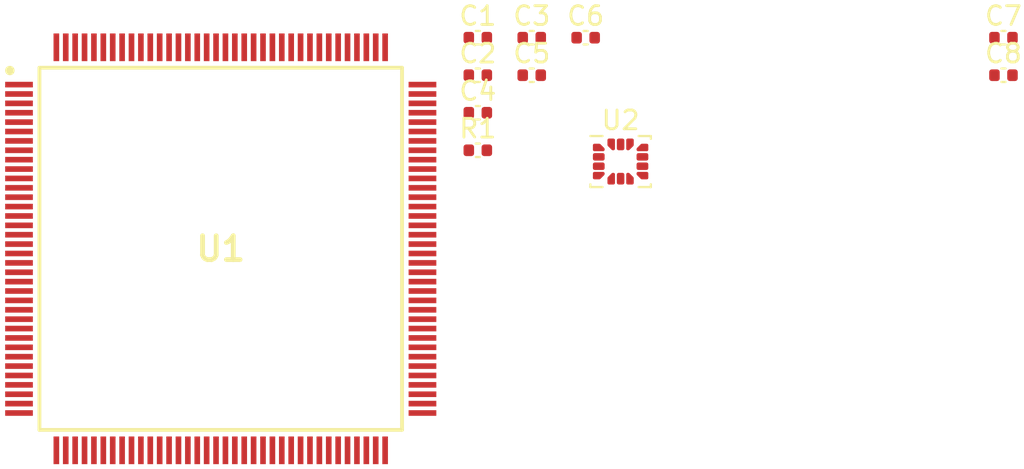
<source format=kicad_pcb>
(kicad_pcb (version 20171130) (host pcbnew "(5.1.12)-1")

  (general
    (thickness 1.6)
    (drawings 0)
    (tracks 0)
    (zones 0)
    (modules 11)
    (nets 147)
  )

  (page A4)
  (layers
    (0 F.Cu signal)
    (31 B.Cu signal)
    (32 B.Adhes user)
    (33 F.Adhes user)
    (34 B.Paste user)
    (35 F.Paste user)
    (36 B.SilkS user)
    (37 F.SilkS user)
    (38 B.Mask user)
    (39 F.Mask user)
    (40 Dwgs.User user)
    (41 Cmts.User user)
    (42 Eco1.User user)
    (43 Eco2.User user)
    (44 Edge.Cuts user)
    (45 Margin user)
    (46 B.CrtYd user)
    (47 F.CrtYd user)
    (48 B.Fab user)
    (49 F.Fab user)
  )

  (setup
    (last_trace_width 0.25)
    (trace_clearance 0.2)
    (zone_clearance 0.508)
    (zone_45_only no)
    (trace_min 0.2)
    (via_size 0.8)
    (via_drill 0.4)
    (via_min_size 0.4)
    (via_min_drill 0.3)
    (uvia_size 0.3)
    (uvia_drill 0.1)
    (uvias_allowed no)
    (uvia_min_size 0.2)
    (uvia_min_drill 0.1)
    (edge_width 0.05)
    (segment_width 0.2)
    (pcb_text_width 0.3)
    (pcb_text_size 1.5 1.5)
    (mod_edge_width 0.12)
    (mod_text_size 1 1)
    (mod_text_width 0.15)
    (pad_size 1.524 1.524)
    (pad_drill 0.762)
    (pad_to_mask_clearance 0)
    (aux_axis_origin 0 0)
    (visible_elements 7FFFFFFF)
    (pcbplotparams
      (layerselection 0x010fc_ffffffff)
      (usegerberextensions false)
      (usegerberattributes true)
      (usegerberadvancedattributes true)
      (creategerberjobfile true)
      (excludeedgelayer true)
      (linewidth 0.100000)
      (plotframeref false)
      (viasonmask false)
      (mode 1)
      (useauxorigin false)
      (hpglpennumber 1)
      (hpglpenspeed 20)
      (hpglpendiameter 15.000000)
      (psnegative false)
      (psa4output false)
      (plotreference true)
      (plotvalue true)
      (plotinvisibletext false)
      (padsonsilk false)
      (subtractmaskfromsilk false)
      (outputformat 1)
      (mirror false)
      (drillshape 1)
      (scaleselection 1)
      (outputdirectory ""))
  )

  (net 0 "")
  (net 1 GND)
  (net 2 VFBSMPS)
  (net 3 +3V3)
  (net 4 VREF)
  (net 5 "Net-(U1-Pad144)")
  (net 6 "Net-(U1-Pad143)")
  (net 7 "Net-(U1-Pad142)")
  (net 8 "Net-(U1-Pad141)")
  (net 9 "Net-(U1-Pad140)")
  (net 10 "Net-(U1-Pad139)")
  (net 11 "Net-(U1-Pad138)")
  (net 12 "Net-(U1-Pad137)")
  (net 13 "Net-(U1-Pad136)")
  (net 14 "Net-(U1-Pad135)")
  (net 15 "Net-(U1-Pad134)")
  (net 16 "Net-(U1-Pad133)")
  (net 17 "Net-(U1-Pad132)")
  (net 18 "Net-(U1-Pad131)")
  (net 19 "Net-(U1-Pad130)")
  (net 20 "Net-(U1-Pad129)")
  (net 21 "Net-(U1-Pad128)")
  (net 22 "Net-(U1-Pad127)")
  (net 23 "Net-(U1-Pad126)")
  (net 24 "Net-(U1-Pad125)")
  (net 25 "Net-(U1-Pad124)")
  (net 26 "Net-(U1-Pad123)")
  (net 27 "Net-(U1-Pad122)")
  (net 28 "Net-(U1-Pad121)")
  (net 29 "Net-(U1-Pad120)")
  (net 30 "Net-(U1-Pad119)")
  (net 31 "Net-(U1-Pad118)")
  (net 32 "Net-(U1-Pad117)")
  (net 33 "Net-(U1-Pad116)")
  (net 34 "Net-(U1-Pad115)")
  (net 35 "Net-(U1-Pad114)")
  (net 36 "Net-(U1-Pad113)")
  (net 37 "Net-(U1-Pad112)")
  (net 38 "Net-(U1-Pad111)")
  (net 39 "Net-(U1-Pad110)")
  (net 40 "Net-(U1-Pad109)")
  (net 41 "Net-(U1-Pad108)")
  (net 42 "Net-(U1-Pad107)")
  (net 43 "Net-(U1-Pad106)")
  (net 44 "Net-(U1-Pad105)")
  (net 45 "Net-(U1-Pad104)")
  (net 46 "Net-(U1-Pad103)")
  (net 47 "Net-(U1-Pad102)")
  (net 48 "Net-(U1-Pad101)")
  (net 49 "Net-(U1-Pad100)")
  (net 50 "Net-(U1-Pad99)")
  (net 51 "Net-(U1-Pad98)")
  (net 52 "Net-(U1-Pad97)")
  (net 53 "Net-(U1-Pad96)")
  (net 54 "Net-(U1-Pad95)")
  (net 55 "Net-(U1-Pad94)")
  (net 56 "Net-(U1-Pad93)")
  (net 57 "Net-(U1-Pad92)")
  (net 58 "Net-(U1-Pad91)")
  (net 59 "Net-(U1-Pad90)")
  (net 60 "Net-(U1-Pad89)")
  (net 61 "Net-(U1-Pad88)")
  (net 62 "Net-(U1-Pad87)")
  (net 63 "Net-(U1-Pad86)")
  (net 64 "Net-(U1-Pad85)")
  (net 65 "Net-(U1-Pad84)")
  (net 66 "Net-(U1-Pad83)")
  (net 67 "Net-(U1-Pad82)")
  (net 68 "Net-(U1-Pad81)")
  (net 69 "Net-(U1-Pad80)")
  (net 70 "Net-(U1-Pad79)")
  (net 71 "Net-(U1-Pad78)")
  (net 72 "Net-(U1-Pad77)")
  (net 73 "Net-(U1-Pad76)")
  (net 74 "Net-(U1-Pad75)")
  (net 75 "Net-(U1-Pad74)")
  (net 76 "Net-(U1-Pad73)")
  (net 77 "Net-(U1-Pad72)")
  (net 78 "Net-(U1-Pad71)")
  (net 79 "Net-(U1-Pad70)")
  (net 80 "Net-(U1-Pad69)")
  (net 81 "Net-(U1-Pad68)")
  (net 82 "Net-(U1-Pad67)")
  (net 83 "Net-(U1-Pad66)")
  (net 84 "Net-(U1-Pad65)")
  (net 85 "Net-(U1-Pad64)")
  (net 86 "Net-(U1-Pad63)")
  (net 87 "Net-(U1-Pad62)")
  (net 88 "Net-(U1-Pad61)")
  (net 89 "Net-(U1-Pad60)")
  (net 90 "Net-(U1-Pad59)")
  (net 91 "Net-(U1-Pad58)")
  (net 92 "Net-(U1-Pad57)")
  (net 93 "Net-(U1-Pad56)")
  (net 94 "Net-(U1-Pad55)")
  (net 95 "Net-(U1-Pad54)")
  (net 96 "Net-(U1-Pad53)")
  (net 97 "Net-(U1-Pad52)")
  (net 98 "Net-(U1-Pad51)")
  (net 99 "Net-(U1-Pad50)")
  (net 100 "Net-(U1-Pad49)")
  (net 101 "Net-(U1-Pad48)")
  (net 102 "Net-(U1-Pad47)")
  (net 103 "Net-(U1-Pad46)")
  (net 104 "Net-(U1-Pad45)")
  (net 105 "Net-(U1-Pad44)")
  (net 106 "Net-(U1-Pad43)")
  (net 107 "Net-(U1-Pad42)")
  (net 108 "Net-(U1-Pad41)")
  (net 109 "Net-(U1-Pad40)")
  (net 110 "Net-(U1-Pad39)")
  (net 111 "Net-(U1-Pad38)")
  (net 112 "Net-(U1-Pad37)")
  (net 113 "Net-(U1-Pad31)")
  (net 114 "Net-(U1-Pad30)")
  (net 115 "Net-(U1-Pad29)")
  (net 116 "Net-(U1-Pad28)")
  (net 117 "Net-(U1-Pad27)")
  (net 118 "Net-(U1-Pad26)")
  (net 119 "Net-(U1-Pad25)")
  (net 120 "Net-(U1-Pad24)")
  (net 121 "Net-(U1-Pad23)")
  (net 122 "Net-(U1-Pad22)")
  (net 123 "Net-(U1-Pad21)")
  (net 124 "Net-(U1-Pad20)")
  (net 125 VLXSMPS)
  (net 126 "Net-(U1-Pad13)")
  (net 127 "Net-(U1-Pad12)")
  (net 128 "Net-(U1-Pad11)")
  (net 129 "Net-(U1-Pad10)")
  (net 130 "Net-(U1-Pad9)")
  (net 131 "Net-(U1-Pad8)")
  (net 132 "Net-(U1-Pad7)")
  (net 133 "Net-(U1-Pad6)")
  (net 134 "Net-(U1-Pad5)")
  (net 135 "Net-(U1-Pad4)")
  (net 136 "Net-(U1-Pad3)")
  (net 137 "Net-(U1-Pad2)")
  (net 138 "Net-(U1-Pad1)")
  (net 139 MOSI)
  (net 140 SCK)
  (net 141 ISM_CS)
  (net 142 "Net-(U2-Pad11)")
  (net 143 "Net-(U2-Pad10)")
  (net 144 ISM_INT_2)
  (net 145 ISM_INT_1)
  (net 146 MISO)

  (net_class Default "This is the default net class."
    (clearance 0.2)
    (trace_width 0.25)
    (via_dia 0.8)
    (via_drill 0.4)
    (uvia_dia 0.3)
    (uvia_drill 0.1)
    (add_net +3V3)
    (add_net GND)
    (add_net ISM_CS)
    (add_net ISM_INT_1)
    (add_net ISM_INT_2)
    (add_net MISO)
    (add_net MOSI)
    (add_net "Net-(U1-Pad1)")
    (add_net "Net-(U1-Pad10)")
    (add_net "Net-(U1-Pad100)")
    (add_net "Net-(U1-Pad101)")
    (add_net "Net-(U1-Pad102)")
    (add_net "Net-(U1-Pad103)")
    (add_net "Net-(U1-Pad104)")
    (add_net "Net-(U1-Pad105)")
    (add_net "Net-(U1-Pad106)")
    (add_net "Net-(U1-Pad107)")
    (add_net "Net-(U1-Pad108)")
    (add_net "Net-(U1-Pad109)")
    (add_net "Net-(U1-Pad11)")
    (add_net "Net-(U1-Pad110)")
    (add_net "Net-(U1-Pad111)")
    (add_net "Net-(U1-Pad112)")
    (add_net "Net-(U1-Pad113)")
    (add_net "Net-(U1-Pad114)")
    (add_net "Net-(U1-Pad115)")
    (add_net "Net-(U1-Pad116)")
    (add_net "Net-(U1-Pad117)")
    (add_net "Net-(U1-Pad118)")
    (add_net "Net-(U1-Pad119)")
    (add_net "Net-(U1-Pad12)")
    (add_net "Net-(U1-Pad120)")
    (add_net "Net-(U1-Pad121)")
    (add_net "Net-(U1-Pad122)")
    (add_net "Net-(U1-Pad123)")
    (add_net "Net-(U1-Pad124)")
    (add_net "Net-(U1-Pad125)")
    (add_net "Net-(U1-Pad126)")
    (add_net "Net-(U1-Pad127)")
    (add_net "Net-(U1-Pad128)")
    (add_net "Net-(U1-Pad129)")
    (add_net "Net-(U1-Pad13)")
    (add_net "Net-(U1-Pad130)")
    (add_net "Net-(U1-Pad131)")
    (add_net "Net-(U1-Pad132)")
    (add_net "Net-(U1-Pad133)")
    (add_net "Net-(U1-Pad134)")
    (add_net "Net-(U1-Pad135)")
    (add_net "Net-(U1-Pad136)")
    (add_net "Net-(U1-Pad137)")
    (add_net "Net-(U1-Pad138)")
    (add_net "Net-(U1-Pad139)")
    (add_net "Net-(U1-Pad140)")
    (add_net "Net-(U1-Pad141)")
    (add_net "Net-(U1-Pad142)")
    (add_net "Net-(U1-Pad143)")
    (add_net "Net-(U1-Pad144)")
    (add_net "Net-(U1-Pad2)")
    (add_net "Net-(U1-Pad20)")
    (add_net "Net-(U1-Pad21)")
    (add_net "Net-(U1-Pad22)")
    (add_net "Net-(U1-Pad23)")
    (add_net "Net-(U1-Pad24)")
    (add_net "Net-(U1-Pad25)")
    (add_net "Net-(U1-Pad26)")
    (add_net "Net-(U1-Pad27)")
    (add_net "Net-(U1-Pad28)")
    (add_net "Net-(U1-Pad29)")
    (add_net "Net-(U1-Pad3)")
    (add_net "Net-(U1-Pad30)")
    (add_net "Net-(U1-Pad31)")
    (add_net "Net-(U1-Pad37)")
    (add_net "Net-(U1-Pad38)")
    (add_net "Net-(U1-Pad39)")
    (add_net "Net-(U1-Pad4)")
    (add_net "Net-(U1-Pad40)")
    (add_net "Net-(U1-Pad41)")
    (add_net "Net-(U1-Pad42)")
    (add_net "Net-(U1-Pad43)")
    (add_net "Net-(U1-Pad44)")
    (add_net "Net-(U1-Pad45)")
    (add_net "Net-(U1-Pad46)")
    (add_net "Net-(U1-Pad47)")
    (add_net "Net-(U1-Pad48)")
    (add_net "Net-(U1-Pad49)")
    (add_net "Net-(U1-Pad5)")
    (add_net "Net-(U1-Pad50)")
    (add_net "Net-(U1-Pad51)")
    (add_net "Net-(U1-Pad52)")
    (add_net "Net-(U1-Pad53)")
    (add_net "Net-(U1-Pad54)")
    (add_net "Net-(U1-Pad55)")
    (add_net "Net-(U1-Pad56)")
    (add_net "Net-(U1-Pad57)")
    (add_net "Net-(U1-Pad58)")
    (add_net "Net-(U1-Pad59)")
    (add_net "Net-(U1-Pad6)")
    (add_net "Net-(U1-Pad60)")
    (add_net "Net-(U1-Pad61)")
    (add_net "Net-(U1-Pad62)")
    (add_net "Net-(U1-Pad63)")
    (add_net "Net-(U1-Pad64)")
    (add_net "Net-(U1-Pad65)")
    (add_net "Net-(U1-Pad66)")
    (add_net "Net-(U1-Pad67)")
    (add_net "Net-(U1-Pad68)")
    (add_net "Net-(U1-Pad69)")
    (add_net "Net-(U1-Pad7)")
    (add_net "Net-(U1-Pad70)")
    (add_net "Net-(U1-Pad71)")
    (add_net "Net-(U1-Pad72)")
    (add_net "Net-(U1-Pad73)")
    (add_net "Net-(U1-Pad74)")
    (add_net "Net-(U1-Pad75)")
    (add_net "Net-(U1-Pad76)")
    (add_net "Net-(U1-Pad77)")
    (add_net "Net-(U1-Pad78)")
    (add_net "Net-(U1-Pad79)")
    (add_net "Net-(U1-Pad8)")
    (add_net "Net-(U1-Pad80)")
    (add_net "Net-(U1-Pad81)")
    (add_net "Net-(U1-Pad82)")
    (add_net "Net-(U1-Pad83)")
    (add_net "Net-(U1-Pad84)")
    (add_net "Net-(U1-Pad85)")
    (add_net "Net-(U1-Pad86)")
    (add_net "Net-(U1-Pad87)")
    (add_net "Net-(U1-Pad88)")
    (add_net "Net-(U1-Pad89)")
    (add_net "Net-(U1-Pad9)")
    (add_net "Net-(U1-Pad90)")
    (add_net "Net-(U1-Pad91)")
    (add_net "Net-(U1-Pad92)")
    (add_net "Net-(U1-Pad93)")
    (add_net "Net-(U1-Pad94)")
    (add_net "Net-(U1-Pad95)")
    (add_net "Net-(U1-Pad96)")
    (add_net "Net-(U1-Pad97)")
    (add_net "Net-(U1-Pad98)")
    (add_net "Net-(U1-Pad99)")
    (add_net "Net-(U2-Pad10)")
    (add_net "Net-(U2-Pad11)")
    (add_net SCK)
    (add_net VFBSMPS)
    (add_net VLXSMPS)
    (add_net VREF)
  )

  (module Package_LGA:LGA-14_3x2.5mm_P0.5mm_LayoutBorder3x4y (layer F.Cu) (tedit 5D9F7937) (tstamp 6451233A)
    (at 158.4 70.4)
    (descr "LGA, 14 Pin (http://www.st.com/resource/en/datasheet/lsm6ds3.pdf), generated with kicad-footprint-generator ipc_noLead_generator.py")
    (tags "LGA NoLead")
    (path /64512A12/6451454B)
    (attr smd)
    (fp_text reference U2 (at 0 -2.2) (layer F.SilkS)
      (effects (font (size 1 1) (thickness 0.15)))
    )
    (fp_text value ISM330ISN (at 0 2.2) (layer F.Fab)
      (effects (font (size 1 1) (thickness 0.15)))
    )
    (fp_text user %R (at 0 0) (layer F.Fab)
      (effects (font (size 0.75 0.75) (thickness 0.11)))
    )
    (fp_line (start 0.96 -1.36) (end 1.61 -1.36) (layer F.SilkS) (width 0.12))
    (fp_line (start 1.61 -1.36) (end 1.61 -1.21) (layer F.SilkS) (width 0.12))
    (fp_line (start -0.96 1.36) (end -1.61 1.36) (layer F.SilkS) (width 0.12))
    (fp_line (start -1.61 1.36) (end -1.61 1.21) (layer F.SilkS) (width 0.12))
    (fp_line (start 0.96 1.36) (end 1.61 1.36) (layer F.SilkS) (width 0.12))
    (fp_line (start 1.61 1.36) (end 1.61 1.21) (layer F.SilkS) (width 0.12))
    (fp_line (start -0.96 -1.36) (end -1.61 -1.36) (layer F.SilkS) (width 0.12))
    (fp_line (start -0.875 -1.25) (end 1.5 -1.25) (layer F.Fab) (width 0.1))
    (fp_line (start 1.5 -1.25) (end 1.5 1.25) (layer F.Fab) (width 0.1))
    (fp_line (start 1.5 1.25) (end -1.5 1.25) (layer F.Fab) (width 0.1))
    (fp_line (start -1.5 1.25) (end -1.5 -0.625) (layer F.Fab) (width 0.1))
    (fp_line (start -1.5 -0.625) (end -0.875 -1.25) (layer F.Fab) (width 0.1))
    (fp_line (start -1.75 -1.5) (end -1.75 1.5) (layer F.CrtYd) (width 0.05))
    (fp_line (start -1.75 1.5) (end 1.75 1.5) (layer F.CrtYd) (width 0.05))
    (fp_line (start 1.75 1.5) (end 1.75 -1.5) (layer F.CrtYd) (width 0.05))
    (fp_line (start 1.75 -1.5) (end -1.75 -1.5) (layer F.CrtYd) (width 0.05))
    (pad 14 smd custom (at -0.5 -0.9125) (size 0.223223 0.223223) (layers F.Cu F.Paste F.Mask)
      (net 139 MOSI)
      (options (clearance outline) (anchor circle))
      (primitives
        (gr_poly (pts
           (xy -0.125 -0.2375) (xy 0.125 -0.2375) (xy 0.125 0.2375) (xy 0.081066 0.2375) (xy -0.125 0.031434)
) (width 0.15))
      ))
    (pad 13 smd roundrect (at 0 -0.9125) (size 0.4 0.625) (layers F.Cu F.Paste F.Mask) (roundrect_rratio 0.25)
      (net 140 SCK))
    (pad 12 smd custom (at 0.5 -0.9125) (size 0.223223 0.223223) (layers F.Cu F.Paste F.Mask)
      (net 141 ISM_CS)
      (options (clearance outline) (anchor circle))
      (primitives
        (gr_poly (pts
           (xy -0.125 -0.2375) (xy 0.125 -0.2375) (xy 0.125 0.031434) (xy -0.081066 0.2375) (xy -0.125 0.2375)
) (width 0.15))
      ))
    (pad 11 smd custom (at 1.1625 -0.75) (size 0.223223 0.223223) (layers F.Cu F.Paste F.Mask)
      (net 142 "Net-(U2-Pad11)")
      (options (clearance outline) (anchor circle))
      (primitives
        (gr_poly (pts
           (xy -0.2375 0.081066) (xy -0.031434 -0.125) (xy 0.2375 -0.125) (xy 0.2375 0.125) (xy -0.2375 0.125)
) (width 0.15))
      ))
    (pad 10 smd roundrect (at 1.1625 -0.25) (size 0.625 0.4) (layers F.Cu F.Paste F.Mask) (roundrect_rratio 0.25)
      (net 143 "Net-(U2-Pad10)"))
    (pad 9 smd roundrect (at 1.1625 0.25) (size 0.625 0.4) (layers F.Cu F.Paste F.Mask) (roundrect_rratio 0.25)
      (net 144 ISM_INT_2))
    (pad 8 smd custom (at 1.1625 0.75) (size 0.223223 0.223223) (layers F.Cu F.Paste F.Mask)
      (net 3 +3V3)
      (options (clearance outline) (anchor circle))
      (primitives
        (gr_poly (pts
           (xy -0.2375 -0.125) (xy 0.2375 -0.125) (xy 0.2375 0.125) (xy -0.031434 0.125) (xy -0.2375 -0.081066)
) (width 0.15))
      ))
    (pad 7 smd custom (at 0.5 0.9125) (size 0.223223 0.223223) (layers F.Cu F.Paste F.Mask)
      (net 1 GND)
      (options (clearance outline) (anchor circle))
      (primitives
        (gr_poly (pts
           (xy -0.125 -0.2375) (xy -0.081066 -0.2375) (xy 0.125 -0.031434) (xy 0.125 0.2375) (xy -0.125 0.2375)
) (width 0.15))
      ))
    (pad 6 smd roundrect (at 0 0.9125) (size 0.4 0.625) (layers F.Cu F.Paste F.Mask) (roundrect_rratio 0.25)
      (net 1 GND))
    (pad 5 smd custom (at -0.5 0.9125) (size 0.223223 0.223223) (layers F.Cu F.Paste F.Mask)
      (net 3 +3V3)
      (options (clearance outline) (anchor circle))
      (primitives
        (gr_poly (pts
           (xy -0.125 -0.031434) (xy 0.081066 -0.2375) (xy 0.125 -0.2375) (xy 0.125 0.2375) (xy -0.125 0.2375)
) (width 0.15))
      ))
    (pad 4 smd custom (at -1.1625 0.75) (size 0.223223 0.223223) (layers F.Cu F.Paste F.Mask)
      (net 145 ISM_INT_1)
      (options (clearance outline) (anchor circle))
      (primitives
        (gr_poly (pts
           (xy -0.2375 -0.125) (xy 0.2375 -0.125) (xy 0.2375 -0.081066) (xy 0.031434 0.125) (xy -0.2375 0.125)
) (width 0.15))
      ))
    (pad 3 smd roundrect (at -1.1625 0.25) (size 0.625 0.4) (layers F.Cu F.Paste F.Mask) (roundrect_rratio 0.25)
      (net 1 GND))
    (pad 2 smd roundrect (at -1.1625 -0.25) (size 0.625 0.4) (layers F.Cu F.Paste F.Mask) (roundrect_rratio 0.25)
      (net 1 GND))
    (pad 1 smd custom (at -1.1625 -0.75) (size 0.223223 0.223223) (layers F.Cu F.Paste F.Mask)
      (net 146 MISO)
      (options (clearance outline) (anchor circle))
      (primitives
        (gr_poly (pts
           (xy -0.2375 -0.125) (xy 0.031434 -0.125) (xy 0.2375 0.081066) (xy 0.2375 0.125) (xy -0.2375 0.125)
) (width 0.15))
      ))
    (model ${KISYS3DMOD}/Package_LGA.3dshapes/LGA-14_3x2.5mm_P0.5mm_LayoutBorder3x4y.wrl
      (at (xyz 0 0 0))
      (scale (xyz 1 1 1))
      (rotate (xyz 0 0 0))
    )
  )

  (module C5V1:QFP50P2200X2200X160-144N (layer F.Cu) (tedit 0) (tstamp 64512317)
    (at 137.115 75.050001)
    (descr "LQFP 144 20x20x1.4 mm")
    (tags "Integrated Circuit")
    (path /644504EC/64450802)
    (attr smd)
    (fp_text reference U1 (at 0 0) (layer F.SilkS)
      (effects (font (size 1.27 1.27) (thickness 0.254)))
    )
    (fp_text value STM32H725ZGT6 (at 0 0) (layer F.SilkS) hide
      (effects (font (size 1.27 1.27) (thickness 0.254)))
    )
    (fp_text user %R (at 0 0) (layer F.Fab)
      (effects (font (size 1.27 1.27) (thickness 0.254)))
    )
    (fp_line (start -11.725 -11.725) (end 11.725 -11.725) (layer F.CrtYd) (width 0.05))
    (fp_line (start 11.725 -11.725) (end 11.725 11.725) (layer F.CrtYd) (width 0.05))
    (fp_line (start 11.725 11.725) (end -11.725 11.725) (layer F.CrtYd) (width 0.05))
    (fp_line (start -11.725 11.725) (end -11.725 -11.725) (layer F.CrtYd) (width 0.05))
    (fp_line (start -10 -10) (end 10 -10) (layer F.Fab) (width 0.1))
    (fp_line (start 10 -10) (end 10 10) (layer F.Fab) (width 0.1))
    (fp_line (start 10 10) (end -10 10) (layer F.Fab) (width 0.1))
    (fp_line (start -10 10) (end -10 -10) (layer F.Fab) (width 0.1))
    (fp_line (start -10 -9.5) (end -9.5 -10) (layer F.Fab) (width 0.1))
    (fp_line (start -9.65 -9.65) (end 9.65 -9.65) (layer F.SilkS) (width 0.2))
    (fp_line (start 9.65 -9.65) (end 9.65 9.65) (layer F.SilkS) (width 0.2))
    (fp_line (start 9.65 9.65) (end -9.65 9.65) (layer F.SilkS) (width 0.2))
    (fp_line (start -9.65 9.65) (end -9.65 -9.65) (layer F.SilkS) (width 0.2))
    (fp_circle (center -11.225 -9.5) (end -11.225 -9.375) (layer F.SilkS) (width 0.25))
    (pad 144 smd rect (at -8.75 -10.738) (size 0.3 1.475) (layers F.Cu F.Paste F.Mask)
      (net 5 "Net-(U1-Pad144)"))
    (pad 143 smd rect (at -8.25 -10.738) (size 0.3 1.475) (layers F.Cu F.Paste F.Mask)
      (net 6 "Net-(U1-Pad143)"))
    (pad 142 smd rect (at -7.75 -10.738) (size 0.3 1.475) (layers F.Cu F.Paste F.Mask)
      (net 7 "Net-(U1-Pad142)"))
    (pad 141 smd rect (at -7.25 -10.738) (size 0.3 1.475) (layers F.Cu F.Paste F.Mask)
      (net 8 "Net-(U1-Pad141)"))
    (pad 140 smd rect (at -6.75 -10.738) (size 0.3 1.475) (layers F.Cu F.Paste F.Mask)
      (net 9 "Net-(U1-Pad140)"))
    (pad 139 smd rect (at -6.25 -10.738) (size 0.3 1.475) (layers F.Cu F.Paste F.Mask)
      (net 10 "Net-(U1-Pad139)"))
    (pad 138 smd rect (at -5.75 -10.738) (size 0.3 1.475) (layers F.Cu F.Paste F.Mask)
      (net 11 "Net-(U1-Pad138)"))
    (pad 137 smd rect (at -5.25 -10.738) (size 0.3 1.475) (layers F.Cu F.Paste F.Mask)
      (net 12 "Net-(U1-Pad137)"))
    (pad 136 smd rect (at -4.75 -10.738) (size 0.3 1.475) (layers F.Cu F.Paste F.Mask)
      (net 13 "Net-(U1-Pad136)"))
    (pad 135 smd rect (at -4.25 -10.738) (size 0.3 1.475) (layers F.Cu F.Paste F.Mask)
      (net 14 "Net-(U1-Pad135)"))
    (pad 134 smd rect (at -3.75 -10.738) (size 0.3 1.475) (layers F.Cu F.Paste F.Mask)
      (net 15 "Net-(U1-Pad134)"))
    (pad 133 smd rect (at -3.25 -10.738) (size 0.3 1.475) (layers F.Cu F.Paste F.Mask)
      (net 16 "Net-(U1-Pad133)"))
    (pad 132 smd rect (at -2.75 -10.738) (size 0.3 1.475) (layers F.Cu F.Paste F.Mask)
      (net 17 "Net-(U1-Pad132)"))
    (pad 131 smd rect (at -2.25 -10.738) (size 0.3 1.475) (layers F.Cu F.Paste F.Mask)
      (net 18 "Net-(U1-Pad131)"))
    (pad 130 smd rect (at -1.75 -10.738) (size 0.3 1.475) (layers F.Cu F.Paste F.Mask)
      (net 19 "Net-(U1-Pad130)"))
    (pad 129 smd rect (at -1.25 -10.738) (size 0.3 1.475) (layers F.Cu F.Paste F.Mask)
      (net 20 "Net-(U1-Pad129)"))
    (pad 128 smd rect (at -0.75 -10.738) (size 0.3 1.475) (layers F.Cu F.Paste F.Mask)
      (net 21 "Net-(U1-Pad128)"))
    (pad 127 smd rect (at -0.25 -10.738) (size 0.3 1.475) (layers F.Cu F.Paste F.Mask)
      (net 22 "Net-(U1-Pad127)"))
    (pad 126 smd rect (at 0.25 -10.738) (size 0.3 1.475) (layers F.Cu F.Paste F.Mask)
      (net 23 "Net-(U1-Pad126)"))
    (pad 125 smd rect (at 0.75 -10.738) (size 0.3 1.475) (layers F.Cu F.Paste F.Mask)
      (net 24 "Net-(U1-Pad125)"))
    (pad 124 smd rect (at 1.25 -10.738) (size 0.3 1.475) (layers F.Cu F.Paste F.Mask)
      (net 25 "Net-(U1-Pad124)"))
    (pad 123 smd rect (at 1.75 -10.738) (size 0.3 1.475) (layers F.Cu F.Paste F.Mask)
      (net 26 "Net-(U1-Pad123)"))
    (pad 122 smd rect (at 2.25 -10.738) (size 0.3 1.475) (layers F.Cu F.Paste F.Mask)
      (net 27 "Net-(U1-Pad122)"))
    (pad 121 smd rect (at 2.75 -10.738) (size 0.3 1.475) (layers F.Cu F.Paste F.Mask)
      (net 28 "Net-(U1-Pad121)"))
    (pad 120 smd rect (at 3.25 -10.738) (size 0.3 1.475) (layers F.Cu F.Paste F.Mask)
      (net 29 "Net-(U1-Pad120)"))
    (pad 119 smd rect (at 3.75 -10.738) (size 0.3 1.475) (layers F.Cu F.Paste F.Mask)
      (net 30 "Net-(U1-Pad119)"))
    (pad 118 smd rect (at 4.25 -10.738) (size 0.3 1.475) (layers F.Cu F.Paste F.Mask)
      (net 31 "Net-(U1-Pad118)"))
    (pad 117 smd rect (at 4.75 -10.738) (size 0.3 1.475) (layers F.Cu F.Paste F.Mask)
      (net 32 "Net-(U1-Pad117)"))
    (pad 116 smd rect (at 5.25 -10.738) (size 0.3 1.475) (layers F.Cu F.Paste F.Mask)
      (net 33 "Net-(U1-Pad116)"))
    (pad 115 smd rect (at 5.75 -10.738) (size 0.3 1.475) (layers F.Cu F.Paste F.Mask)
      (net 34 "Net-(U1-Pad115)"))
    (pad 114 smd rect (at 6.25 -10.738) (size 0.3 1.475) (layers F.Cu F.Paste F.Mask)
      (net 35 "Net-(U1-Pad114)"))
    (pad 113 smd rect (at 6.75 -10.738) (size 0.3 1.475) (layers F.Cu F.Paste F.Mask)
      (net 36 "Net-(U1-Pad113)"))
    (pad 112 smd rect (at 7.25 -10.738) (size 0.3 1.475) (layers F.Cu F.Paste F.Mask)
      (net 37 "Net-(U1-Pad112)"))
    (pad 111 smd rect (at 7.75 -10.738) (size 0.3 1.475) (layers F.Cu F.Paste F.Mask)
      (net 38 "Net-(U1-Pad111)"))
    (pad 110 smd rect (at 8.25 -10.738) (size 0.3 1.475) (layers F.Cu F.Paste F.Mask)
      (net 39 "Net-(U1-Pad110)"))
    (pad 109 smd rect (at 8.75 -10.738) (size 0.3 1.475) (layers F.Cu F.Paste F.Mask)
      (net 40 "Net-(U1-Pad109)"))
    (pad 108 smd rect (at 10.738 -8.75 90) (size 0.3 1.475) (layers F.Cu F.Paste F.Mask)
      (net 41 "Net-(U1-Pad108)"))
    (pad 107 smd rect (at 10.738 -8.25 90) (size 0.3 1.475) (layers F.Cu F.Paste F.Mask)
      (net 42 "Net-(U1-Pad107)"))
    (pad 106 smd rect (at 10.738 -7.75 90) (size 0.3 1.475) (layers F.Cu F.Paste F.Mask)
      (net 43 "Net-(U1-Pad106)"))
    (pad 105 smd rect (at 10.738 -7.25 90) (size 0.3 1.475) (layers F.Cu F.Paste F.Mask)
      (net 44 "Net-(U1-Pad105)"))
    (pad 104 smd rect (at 10.738 -6.75 90) (size 0.3 1.475) (layers F.Cu F.Paste F.Mask)
      (net 45 "Net-(U1-Pad104)"))
    (pad 103 smd rect (at 10.738 -6.25 90) (size 0.3 1.475) (layers F.Cu F.Paste F.Mask)
      (net 46 "Net-(U1-Pad103)"))
    (pad 102 smd rect (at 10.738 -5.75 90) (size 0.3 1.475) (layers F.Cu F.Paste F.Mask)
      (net 47 "Net-(U1-Pad102)"))
    (pad 101 smd rect (at 10.738 -5.25 90) (size 0.3 1.475) (layers F.Cu F.Paste F.Mask)
      (net 48 "Net-(U1-Pad101)"))
    (pad 100 smd rect (at 10.738 -4.75 90) (size 0.3 1.475) (layers F.Cu F.Paste F.Mask)
      (net 49 "Net-(U1-Pad100)"))
    (pad 99 smd rect (at 10.738 -4.25 90) (size 0.3 1.475) (layers F.Cu F.Paste F.Mask)
      (net 50 "Net-(U1-Pad99)"))
    (pad 98 smd rect (at 10.738 -3.75 90) (size 0.3 1.475) (layers F.Cu F.Paste F.Mask)
      (net 51 "Net-(U1-Pad98)"))
    (pad 97 smd rect (at 10.738 -3.25 90) (size 0.3 1.475) (layers F.Cu F.Paste F.Mask)
      (net 52 "Net-(U1-Pad97)"))
    (pad 96 smd rect (at 10.738 -2.75 90) (size 0.3 1.475) (layers F.Cu F.Paste F.Mask)
      (net 53 "Net-(U1-Pad96)"))
    (pad 95 smd rect (at 10.738 -2.25 90) (size 0.3 1.475) (layers F.Cu F.Paste F.Mask)
      (net 54 "Net-(U1-Pad95)"))
    (pad 94 smd rect (at 10.738 -1.75 90) (size 0.3 1.475) (layers F.Cu F.Paste F.Mask)
      (net 55 "Net-(U1-Pad94)"))
    (pad 93 smd rect (at 10.738 -1.25 90) (size 0.3 1.475) (layers F.Cu F.Paste F.Mask)
      (net 56 "Net-(U1-Pad93)"))
    (pad 92 smd rect (at 10.738 -0.75 90) (size 0.3 1.475) (layers F.Cu F.Paste F.Mask)
      (net 57 "Net-(U1-Pad92)"))
    (pad 91 smd rect (at 10.738 -0.25 90) (size 0.3 1.475) (layers F.Cu F.Paste F.Mask)
      (net 58 "Net-(U1-Pad91)"))
    (pad 90 smd rect (at 10.738 0.25 90) (size 0.3 1.475) (layers F.Cu F.Paste F.Mask)
      (net 59 "Net-(U1-Pad90)"))
    (pad 89 smd rect (at 10.738 0.75 90) (size 0.3 1.475) (layers F.Cu F.Paste F.Mask)
      (net 60 "Net-(U1-Pad89)"))
    (pad 88 smd rect (at 10.738 1.25 90) (size 0.3 1.475) (layers F.Cu F.Paste F.Mask)
      (net 61 "Net-(U1-Pad88)"))
    (pad 87 smd rect (at 10.738 1.75 90) (size 0.3 1.475) (layers F.Cu F.Paste F.Mask)
      (net 62 "Net-(U1-Pad87)"))
    (pad 86 smd rect (at 10.738 2.25 90) (size 0.3 1.475) (layers F.Cu F.Paste F.Mask)
      (net 63 "Net-(U1-Pad86)"))
    (pad 85 smd rect (at 10.738 2.75 90) (size 0.3 1.475) (layers F.Cu F.Paste F.Mask)
      (net 64 "Net-(U1-Pad85)"))
    (pad 84 smd rect (at 10.738 3.25 90) (size 0.3 1.475) (layers F.Cu F.Paste F.Mask)
      (net 65 "Net-(U1-Pad84)"))
    (pad 83 smd rect (at 10.738 3.75 90) (size 0.3 1.475) (layers F.Cu F.Paste F.Mask)
      (net 66 "Net-(U1-Pad83)"))
    (pad 82 smd rect (at 10.738 4.25 90) (size 0.3 1.475) (layers F.Cu F.Paste F.Mask)
      (net 67 "Net-(U1-Pad82)"))
    (pad 81 smd rect (at 10.738 4.75 90) (size 0.3 1.475) (layers F.Cu F.Paste F.Mask)
      (net 68 "Net-(U1-Pad81)"))
    (pad 80 smd rect (at 10.738 5.25 90) (size 0.3 1.475) (layers F.Cu F.Paste F.Mask)
      (net 69 "Net-(U1-Pad80)"))
    (pad 79 smd rect (at 10.738 5.75 90) (size 0.3 1.475) (layers F.Cu F.Paste F.Mask)
      (net 70 "Net-(U1-Pad79)"))
    (pad 78 smd rect (at 10.738 6.25 90) (size 0.3 1.475) (layers F.Cu F.Paste F.Mask)
      (net 71 "Net-(U1-Pad78)"))
    (pad 77 smd rect (at 10.738 6.75 90) (size 0.3 1.475) (layers F.Cu F.Paste F.Mask)
      (net 72 "Net-(U1-Pad77)"))
    (pad 76 smd rect (at 10.738 7.25 90) (size 0.3 1.475) (layers F.Cu F.Paste F.Mask)
      (net 73 "Net-(U1-Pad76)"))
    (pad 75 smd rect (at 10.738 7.75 90) (size 0.3 1.475) (layers F.Cu F.Paste F.Mask)
      (net 74 "Net-(U1-Pad75)"))
    (pad 74 smd rect (at 10.738 8.25 90) (size 0.3 1.475) (layers F.Cu F.Paste F.Mask)
      (net 75 "Net-(U1-Pad74)"))
    (pad 73 smd rect (at 10.738 8.75 90) (size 0.3 1.475) (layers F.Cu F.Paste F.Mask)
      (net 76 "Net-(U1-Pad73)"))
    (pad 72 smd rect (at 8.75 10.738) (size 0.3 1.475) (layers F.Cu F.Paste F.Mask)
      (net 77 "Net-(U1-Pad72)"))
    (pad 71 smd rect (at 8.25 10.738) (size 0.3 1.475) (layers F.Cu F.Paste F.Mask)
      (net 78 "Net-(U1-Pad71)"))
    (pad 70 smd rect (at 7.75 10.738) (size 0.3 1.475) (layers F.Cu F.Paste F.Mask)
      (net 79 "Net-(U1-Pad70)"))
    (pad 69 smd rect (at 7.25 10.738) (size 0.3 1.475) (layers F.Cu F.Paste F.Mask)
      (net 80 "Net-(U1-Pad69)"))
    (pad 68 smd rect (at 6.75 10.738) (size 0.3 1.475) (layers F.Cu F.Paste F.Mask)
      (net 81 "Net-(U1-Pad68)"))
    (pad 67 smd rect (at 6.25 10.738) (size 0.3 1.475) (layers F.Cu F.Paste F.Mask)
      (net 82 "Net-(U1-Pad67)"))
    (pad 66 smd rect (at 5.75 10.738) (size 0.3 1.475) (layers F.Cu F.Paste F.Mask)
      (net 83 "Net-(U1-Pad66)"))
    (pad 65 smd rect (at 5.25 10.738) (size 0.3 1.475) (layers F.Cu F.Paste F.Mask)
      (net 84 "Net-(U1-Pad65)"))
    (pad 64 smd rect (at 4.75 10.738) (size 0.3 1.475) (layers F.Cu F.Paste F.Mask)
      (net 85 "Net-(U1-Pad64)"))
    (pad 63 smd rect (at 4.25 10.738) (size 0.3 1.475) (layers F.Cu F.Paste F.Mask)
      (net 86 "Net-(U1-Pad63)"))
    (pad 62 smd rect (at 3.75 10.738) (size 0.3 1.475) (layers F.Cu F.Paste F.Mask)
      (net 87 "Net-(U1-Pad62)"))
    (pad 61 smd rect (at 3.25 10.738) (size 0.3 1.475) (layers F.Cu F.Paste F.Mask)
      (net 88 "Net-(U1-Pad61)"))
    (pad 60 smd rect (at 2.75 10.738) (size 0.3 1.475) (layers F.Cu F.Paste F.Mask)
      (net 89 "Net-(U1-Pad60)"))
    (pad 59 smd rect (at 2.25 10.738) (size 0.3 1.475) (layers F.Cu F.Paste F.Mask)
      (net 90 "Net-(U1-Pad59)"))
    (pad 58 smd rect (at 1.75 10.738) (size 0.3 1.475) (layers F.Cu F.Paste F.Mask)
      (net 91 "Net-(U1-Pad58)"))
    (pad 57 smd rect (at 1.25 10.738) (size 0.3 1.475) (layers F.Cu F.Paste F.Mask)
      (net 92 "Net-(U1-Pad57)"))
    (pad 56 smd rect (at 0.75 10.738) (size 0.3 1.475) (layers F.Cu F.Paste F.Mask)
      (net 93 "Net-(U1-Pad56)"))
    (pad 55 smd rect (at 0.25 10.738) (size 0.3 1.475) (layers F.Cu F.Paste F.Mask)
      (net 94 "Net-(U1-Pad55)"))
    (pad 54 smd rect (at -0.25 10.738) (size 0.3 1.475) (layers F.Cu F.Paste F.Mask)
      (net 95 "Net-(U1-Pad54)"))
    (pad 53 smd rect (at -0.75 10.738) (size 0.3 1.475) (layers F.Cu F.Paste F.Mask)
      (net 96 "Net-(U1-Pad53)"))
    (pad 52 smd rect (at -1.25 10.738) (size 0.3 1.475) (layers F.Cu F.Paste F.Mask)
      (net 97 "Net-(U1-Pad52)"))
    (pad 51 smd rect (at -1.75 10.738) (size 0.3 1.475) (layers F.Cu F.Paste F.Mask)
      (net 98 "Net-(U1-Pad51)"))
    (pad 50 smd rect (at -2.25 10.738) (size 0.3 1.475) (layers F.Cu F.Paste F.Mask)
      (net 99 "Net-(U1-Pad50)"))
    (pad 49 smd rect (at -2.75 10.738) (size 0.3 1.475) (layers F.Cu F.Paste F.Mask)
      (net 100 "Net-(U1-Pad49)"))
    (pad 48 smd rect (at -3.25 10.738) (size 0.3 1.475) (layers F.Cu F.Paste F.Mask)
      (net 101 "Net-(U1-Pad48)"))
    (pad 47 smd rect (at -3.75 10.738) (size 0.3 1.475) (layers F.Cu F.Paste F.Mask)
      (net 102 "Net-(U1-Pad47)"))
    (pad 46 smd rect (at -4.25 10.738) (size 0.3 1.475) (layers F.Cu F.Paste F.Mask)
      (net 103 "Net-(U1-Pad46)"))
    (pad 45 smd rect (at -4.75 10.738) (size 0.3 1.475) (layers F.Cu F.Paste F.Mask)
      (net 104 "Net-(U1-Pad45)"))
    (pad 44 smd rect (at -5.25 10.738) (size 0.3 1.475) (layers F.Cu F.Paste F.Mask)
      (net 105 "Net-(U1-Pad44)"))
    (pad 43 smd rect (at -5.75 10.738) (size 0.3 1.475) (layers F.Cu F.Paste F.Mask)
      (net 106 "Net-(U1-Pad43)"))
    (pad 42 smd rect (at -6.25 10.738) (size 0.3 1.475) (layers F.Cu F.Paste F.Mask)
      (net 107 "Net-(U1-Pad42)"))
    (pad 41 smd rect (at -6.75 10.738) (size 0.3 1.475) (layers F.Cu F.Paste F.Mask)
      (net 108 "Net-(U1-Pad41)"))
    (pad 40 smd rect (at -7.25 10.738) (size 0.3 1.475) (layers F.Cu F.Paste F.Mask)
      (net 109 "Net-(U1-Pad40)"))
    (pad 39 smd rect (at -7.75 10.738) (size 0.3 1.475) (layers F.Cu F.Paste F.Mask)
      (net 110 "Net-(U1-Pad39)"))
    (pad 38 smd rect (at -8.25 10.738) (size 0.3 1.475) (layers F.Cu F.Paste F.Mask)
      (net 111 "Net-(U1-Pad38)"))
    (pad 37 smd rect (at -8.75 10.738) (size 0.3 1.475) (layers F.Cu F.Paste F.Mask)
      (net 112 "Net-(U1-Pad37)"))
    (pad 36 smd rect (at -10.738 8.75 90) (size 0.3 1.475) (layers F.Cu F.Paste F.Mask)
      (net 3 +3V3))
    (pad 35 smd rect (at -10.738 8.25 90) (size 0.3 1.475) (layers F.Cu F.Paste F.Mask)
      (net 4 VREF))
    (pad 34 smd rect (at -10.738 7.75 90) (size 0.3 1.475) (layers F.Cu F.Paste F.Mask)
      (net 1 GND))
    (pad 33 smd rect (at -10.738 7.25 90) (size 0.3 1.475) (layers F.Cu F.Paste F.Mask)
      (net 1 GND))
    (pad 32 smd rect (at -10.738 6.75 90) (size 0.3 1.475) (layers F.Cu F.Paste F.Mask)
      (net 3 +3V3))
    (pad 31 smd rect (at -10.738 6.25 90) (size 0.3 1.475) (layers F.Cu F.Paste F.Mask)
      (net 113 "Net-(U1-Pad31)"))
    (pad 30 smd rect (at -10.738 5.75 90) (size 0.3 1.475) (layers F.Cu F.Paste F.Mask)
      (net 114 "Net-(U1-Pad30)"))
    (pad 29 smd rect (at -10.738 5.25 90) (size 0.3 1.475) (layers F.Cu F.Paste F.Mask)
      (net 115 "Net-(U1-Pad29)"))
    (pad 28 smd rect (at -10.738 4.75 90) (size 0.3 1.475) (layers F.Cu F.Paste F.Mask)
      (net 116 "Net-(U1-Pad28)"))
    (pad 27 smd rect (at -10.738 4.25 90) (size 0.3 1.475) (layers F.Cu F.Paste F.Mask)
      (net 117 "Net-(U1-Pad27)"))
    (pad 26 smd rect (at -10.738 3.75 90) (size 0.3 1.475) (layers F.Cu F.Paste F.Mask)
      (net 118 "Net-(U1-Pad26)"))
    (pad 25 smd rect (at -10.738 3.25 90) (size 0.3 1.475) (layers F.Cu F.Paste F.Mask)
      (net 119 "Net-(U1-Pad25)"))
    (pad 24 smd rect (at -10.738 2.75 90) (size 0.3 1.475) (layers F.Cu F.Paste F.Mask)
      (net 120 "Net-(U1-Pad24)"))
    (pad 23 smd rect (at -10.738 2.25 90) (size 0.3 1.475) (layers F.Cu F.Paste F.Mask)
      (net 121 "Net-(U1-Pad23)"))
    (pad 22 smd rect (at -10.738 1.75 90) (size 0.3 1.475) (layers F.Cu F.Paste F.Mask)
      (net 122 "Net-(U1-Pad22)"))
    (pad 21 smd rect (at -10.738 1.25 90) (size 0.3 1.475) (layers F.Cu F.Paste F.Mask)
      (net 123 "Net-(U1-Pad21)"))
    (pad 20 smd rect (at -10.738 0.75 90) (size 0.3 1.475) (layers F.Cu F.Paste F.Mask)
      (net 124 "Net-(U1-Pad20)"))
    (pad 19 smd rect (at -10.738 0.25 90) (size 0.3 1.475) (layers F.Cu F.Paste F.Mask)
      (net 3 +3V3))
    (pad 18 smd rect (at -10.738 -0.25 90) (size 0.3 1.475) (layers F.Cu F.Paste F.Mask)
      (net 1 GND))
    (pad 17 smd rect (at -10.738 -0.75 90) (size 0.3 1.475) (layers F.Cu F.Paste F.Mask)
      (net 2 VFBSMPS))
    (pad 16 smd rect (at -10.738 -1.25 90) (size 0.3 1.475) (layers F.Cu F.Paste F.Mask)
      (net 3 +3V3))
    (pad 15 smd rect (at -10.738 -1.75 90) (size 0.3 1.475) (layers F.Cu F.Paste F.Mask)
      (net 125 VLXSMPS))
    (pad 14 smd rect (at -10.738 -2.25 90) (size 0.3 1.475) (layers F.Cu F.Paste F.Mask)
      (net 1 GND))
    (pad 13 smd rect (at -10.738 -2.75 90) (size 0.3 1.475) (layers F.Cu F.Paste F.Mask)
      (net 126 "Net-(U1-Pad13)"))
    (pad 12 smd rect (at -10.738 -3.25 90) (size 0.3 1.475) (layers F.Cu F.Paste F.Mask)
      (net 127 "Net-(U1-Pad12)"))
    (pad 11 smd rect (at -10.738 -3.75 90) (size 0.3 1.475) (layers F.Cu F.Paste F.Mask)
      (net 128 "Net-(U1-Pad11)"))
    (pad 10 smd rect (at -10.738 -4.25 90) (size 0.3 1.475) (layers F.Cu F.Paste F.Mask)
      (net 129 "Net-(U1-Pad10)"))
    (pad 9 smd rect (at -10.738 -4.75 90) (size 0.3 1.475) (layers F.Cu F.Paste F.Mask)
      (net 130 "Net-(U1-Pad9)"))
    (pad 8 smd rect (at -10.738 -5.25 90) (size 0.3 1.475) (layers F.Cu F.Paste F.Mask)
      (net 131 "Net-(U1-Pad8)"))
    (pad 7 smd rect (at -10.738 -5.75 90) (size 0.3 1.475) (layers F.Cu F.Paste F.Mask)
      (net 132 "Net-(U1-Pad7)"))
    (pad 6 smd rect (at -10.738 -6.25 90) (size 0.3 1.475) (layers F.Cu F.Paste F.Mask)
      (net 133 "Net-(U1-Pad6)"))
    (pad 5 smd rect (at -10.738 -6.75 90) (size 0.3 1.475) (layers F.Cu F.Paste F.Mask)
      (net 134 "Net-(U1-Pad5)"))
    (pad 4 smd rect (at -10.738 -7.25 90) (size 0.3 1.475) (layers F.Cu F.Paste F.Mask)
      (net 135 "Net-(U1-Pad4)"))
    (pad 3 smd rect (at -10.738 -7.75 90) (size 0.3 1.475) (layers F.Cu F.Paste F.Mask)
      (net 136 "Net-(U1-Pad3)"))
    (pad 2 smd rect (at -10.738 -8.25 90) (size 0.3 1.475) (layers F.Cu F.Paste F.Mask)
      (net 137 "Net-(U1-Pad2)"))
    (pad 1 smd rect (at -10.738 -8.75 90) (size 0.3 1.475) (layers F.Cu F.Paste F.Mask)
      (net 138 "Net-(U1-Pad1)"))
    (model STM32H725ZGT6.stp
      (at (xyz 0 0 0))
      (scale (xyz 1 1 1))
      (rotate (xyz 0 0 0))
    )
  )

  (module Capacitor_SMD:C_0402_1005Metric (layer F.Cu) (tedit 5F68FEEE) (tstamp 64512272)
    (at 150.8 69.8)
    (descr "Capacitor SMD 0402 (1005 Metric), square (rectangular) end terminal, IPC_7351 nominal, (Body size source: IPC-SM-782 page 76, https://www.pcb-3d.com/wordpress/wp-content/uploads/ipc-sm-782a_amendment_1_and_2.pdf), generated with kicad-footprint-generator")
    (tags capacitor)
    (path /644504EC/6448256F)
    (attr smd)
    (fp_text reference R1 (at 0 -1.16) (layer F.SilkS)
      (effects (font (size 1 1) (thickness 0.15)))
    )
    (fp_text value R (at 0 1.16) (layer F.Fab)
      (effects (font (size 1 1) (thickness 0.15)))
    )
    (fp_text user %R (at 0 0) (layer F.Fab)
      (effects (font (size 0.25 0.25) (thickness 0.04)))
    )
    (fp_line (start -0.5 0.25) (end -0.5 -0.25) (layer F.Fab) (width 0.1))
    (fp_line (start -0.5 -0.25) (end 0.5 -0.25) (layer F.Fab) (width 0.1))
    (fp_line (start 0.5 -0.25) (end 0.5 0.25) (layer F.Fab) (width 0.1))
    (fp_line (start 0.5 0.25) (end -0.5 0.25) (layer F.Fab) (width 0.1))
    (fp_line (start -0.107836 -0.36) (end 0.107836 -0.36) (layer F.SilkS) (width 0.12))
    (fp_line (start -0.107836 0.36) (end 0.107836 0.36) (layer F.SilkS) (width 0.12))
    (fp_line (start -0.91 0.46) (end -0.91 -0.46) (layer F.CrtYd) (width 0.05))
    (fp_line (start -0.91 -0.46) (end 0.91 -0.46) (layer F.CrtYd) (width 0.05))
    (fp_line (start 0.91 -0.46) (end 0.91 0.46) (layer F.CrtYd) (width 0.05))
    (fp_line (start 0.91 0.46) (end -0.91 0.46) (layer F.CrtYd) (width 0.05))
    (pad 2 smd roundrect (at 0.48 0) (size 0.56 0.62) (layers F.Cu F.Paste F.Mask) (roundrect_rratio 0.25)
      (net 4 VREF))
    (pad 1 smd roundrect (at -0.48 0) (size 0.56 0.62) (layers F.Cu F.Paste F.Mask) (roundrect_rratio 0.25)
      (net 3 +3V3))
    (model ${KISYS3DMOD}/Capacitor_SMD.3dshapes/C_0402_1005Metric.wrl
      (at (xyz 0 0 0))
      (scale (xyz 1 1 1))
      (rotate (xyz 0 0 0))
    )
  )

  (module Capacitor_SMD:C_0402_1005Metric (layer F.Cu) (tedit 5F68FEEE) (tstamp 64512261)
    (at 178.78 65.8)
    (descr "Capacitor SMD 0402 (1005 Metric), square (rectangular) end terminal, IPC_7351 nominal, (Body size source: IPC-SM-782 page 76, https://www.pcb-3d.com/wordpress/wp-content/uploads/ipc-sm-782a_amendment_1_and_2.pdf), generated with kicad-footprint-generator")
    (tags capacitor)
    (path /64512A12/6451715D)
    (attr smd)
    (fp_text reference C8 (at 0 -1.16) (layer F.SilkS)
      (effects (font (size 1 1) (thickness 0.15)))
    )
    (fp_text value C (at 0 1.16) (layer F.Fab)
      (effects (font (size 1 1) (thickness 0.15)))
    )
    (fp_text user %R (at 0 0) (layer F.Fab)
      (effects (font (size 0.25 0.25) (thickness 0.04)))
    )
    (fp_line (start -0.5 0.25) (end -0.5 -0.25) (layer F.Fab) (width 0.1))
    (fp_line (start -0.5 -0.25) (end 0.5 -0.25) (layer F.Fab) (width 0.1))
    (fp_line (start 0.5 -0.25) (end 0.5 0.25) (layer F.Fab) (width 0.1))
    (fp_line (start 0.5 0.25) (end -0.5 0.25) (layer F.Fab) (width 0.1))
    (fp_line (start -0.107836 -0.36) (end 0.107836 -0.36) (layer F.SilkS) (width 0.12))
    (fp_line (start -0.107836 0.36) (end 0.107836 0.36) (layer F.SilkS) (width 0.12))
    (fp_line (start -0.91 0.46) (end -0.91 -0.46) (layer F.CrtYd) (width 0.05))
    (fp_line (start -0.91 -0.46) (end 0.91 -0.46) (layer F.CrtYd) (width 0.05))
    (fp_line (start 0.91 -0.46) (end 0.91 0.46) (layer F.CrtYd) (width 0.05))
    (fp_line (start 0.91 0.46) (end -0.91 0.46) (layer F.CrtYd) (width 0.05))
    (pad 2 smd roundrect (at 0.48 0) (size 0.56 0.62) (layers F.Cu F.Paste F.Mask) (roundrect_rratio 0.25)
      (net 3 +3V3))
    (pad 1 smd roundrect (at -0.48 0) (size 0.56 0.62) (layers F.Cu F.Paste F.Mask) (roundrect_rratio 0.25)
      (net 1 GND))
    (model ${KISYS3DMOD}/Capacitor_SMD.3dshapes/C_0402_1005Metric.wrl
      (at (xyz 0 0 0))
      (scale (xyz 1 1 1))
      (rotate (xyz 0 0 0))
    )
  )

  (module Capacitor_SMD:C_0402_1005Metric (layer F.Cu) (tedit 5F68FEEE) (tstamp 64512250)
    (at 178.78 63.8)
    (descr "Capacitor SMD 0402 (1005 Metric), square (rectangular) end terminal, IPC_7351 nominal, (Body size source: IPC-SM-782 page 76, https://www.pcb-3d.com/wordpress/wp-content/uploads/ipc-sm-782a_amendment_1_and_2.pdf), generated with kicad-footprint-generator")
    (tags capacitor)
    (path /64512A12/64518310)
    (attr smd)
    (fp_text reference C7 (at 0 -1.16) (layer F.SilkS)
      (effects (font (size 1 1) (thickness 0.15)))
    )
    (fp_text value C (at 0 1.16) (layer F.Fab)
      (effects (font (size 1 1) (thickness 0.15)))
    )
    (fp_text user %R (at 0 0) (layer F.Fab)
      (effects (font (size 0.25 0.25) (thickness 0.04)))
    )
    (fp_line (start -0.5 0.25) (end -0.5 -0.25) (layer F.Fab) (width 0.1))
    (fp_line (start -0.5 -0.25) (end 0.5 -0.25) (layer F.Fab) (width 0.1))
    (fp_line (start 0.5 -0.25) (end 0.5 0.25) (layer F.Fab) (width 0.1))
    (fp_line (start 0.5 0.25) (end -0.5 0.25) (layer F.Fab) (width 0.1))
    (fp_line (start -0.107836 -0.36) (end 0.107836 -0.36) (layer F.SilkS) (width 0.12))
    (fp_line (start -0.107836 0.36) (end 0.107836 0.36) (layer F.SilkS) (width 0.12))
    (fp_line (start -0.91 0.46) (end -0.91 -0.46) (layer F.CrtYd) (width 0.05))
    (fp_line (start -0.91 -0.46) (end 0.91 -0.46) (layer F.CrtYd) (width 0.05))
    (fp_line (start 0.91 -0.46) (end 0.91 0.46) (layer F.CrtYd) (width 0.05))
    (fp_line (start 0.91 0.46) (end -0.91 0.46) (layer F.CrtYd) (width 0.05))
    (pad 2 smd roundrect (at 0.48 0) (size 0.56 0.62) (layers F.Cu F.Paste F.Mask) (roundrect_rratio 0.25)
      (net 3 +3V3))
    (pad 1 smd roundrect (at -0.48 0) (size 0.56 0.62) (layers F.Cu F.Paste F.Mask) (roundrect_rratio 0.25)
      (net 1 GND))
    (model ${KISYS3DMOD}/Capacitor_SMD.3dshapes/C_0402_1005Metric.wrl
      (at (xyz 0 0 0))
      (scale (xyz 1 1 1))
      (rotate (xyz 0 0 0))
    )
  )

  (module Capacitor_SMD:C_0402_1005Metric (layer F.Cu) (tedit 5F68FEEE) (tstamp 6451223F)
    (at 156.54 63.8)
    (descr "Capacitor SMD 0402 (1005 Metric), square (rectangular) end terminal, IPC_7351 nominal, (Body size source: IPC-SM-782 page 76, https://www.pcb-3d.com/wordpress/wp-content/uploads/ipc-sm-782a_amendment_1_and_2.pdf), generated with kicad-footprint-generator")
    (tags capacitor)
    (path /644504EC/6447150B)
    (attr smd)
    (fp_text reference C6 (at 0 -1.16) (layer F.SilkS)
      (effects (font (size 1 1) (thickness 0.15)))
    )
    (fp_text value C (at 0 1.16) (layer F.Fab)
      (effects (font (size 1 1) (thickness 0.15)))
    )
    (fp_text user %R (at 0 0) (layer F.Fab)
      (effects (font (size 0.25 0.25) (thickness 0.04)))
    )
    (fp_line (start -0.5 0.25) (end -0.5 -0.25) (layer F.Fab) (width 0.1))
    (fp_line (start -0.5 -0.25) (end 0.5 -0.25) (layer F.Fab) (width 0.1))
    (fp_line (start 0.5 -0.25) (end 0.5 0.25) (layer F.Fab) (width 0.1))
    (fp_line (start 0.5 0.25) (end -0.5 0.25) (layer F.Fab) (width 0.1))
    (fp_line (start -0.107836 -0.36) (end 0.107836 -0.36) (layer F.SilkS) (width 0.12))
    (fp_line (start -0.107836 0.36) (end 0.107836 0.36) (layer F.SilkS) (width 0.12))
    (fp_line (start -0.91 0.46) (end -0.91 -0.46) (layer F.CrtYd) (width 0.05))
    (fp_line (start -0.91 -0.46) (end 0.91 -0.46) (layer F.CrtYd) (width 0.05))
    (fp_line (start 0.91 -0.46) (end 0.91 0.46) (layer F.CrtYd) (width 0.05))
    (fp_line (start 0.91 0.46) (end -0.91 0.46) (layer F.CrtYd) (width 0.05))
    (pad 2 smd roundrect (at 0.48 0) (size 0.56 0.62) (layers F.Cu F.Paste F.Mask) (roundrect_rratio 0.25)
      (net 1 GND))
    (pad 1 smd roundrect (at -0.48 0) (size 0.56 0.62) (layers F.Cu F.Paste F.Mask) (roundrect_rratio 0.25)
      (net 3 +3V3))
    (model ${KISYS3DMOD}/Capacitor_SMD.3dshapes/C_0402_1005Metric.wrl
      (at (xyz 0 0 0))
      (scale (xyz 1 1 1))
      (rotate (xyz 0 0 0))
    )
  )

  (module Capacitor_SMD:C_0402_1005Metric (layer F.Cu) (tedit 5F68FEEE) (tstamp 6451222E)
    (at 153.67 65.8)
    (descr "Capacitor SMD 0402 (1005 Metric), square (rectangular) end terminal, IPC_7351 nominal, (Body size source: IPC-SM-782 page 76, https://www.pcb-3d.com/wordpress/wp-content/uploads/ipc-sm-782a_amendment_1_and_2.pdf), generated with kicad-footprint-generator")
    (tags capacitor)
    (path /644504EC/6446DA73)
    (attr smd)
    (fp_text reference C5 (at 0 -1.16) (layer F.SilkS)
      (effects (font (size 1 1) (thickness 0.15)))
    )
    (fp_text value C (at 0 1.16) (layer F.Fab)
      (effects (font (size 1 1) (thickness 0.15)))
    )
    (fp_text user %R (at 0 0) (layer F.Fab)
      (effects (font (size 0.25 0.25) (thickness 0.04)))
    )
    (fp_line (start -0.5 0.25) (end -0.5 -0.25) (layer F.Fab) (width 0.1))
    (fp_line (start -0.5 -0.25) (end 0.5 -0.25) (layer F.Fab) (width 0.1))
    (fp_line (start 0.5 -0.25) (end 0.5 0.25) (layer F.Fab) (width 0.1))
    (fp_line (start 0.5 0.25) (end -0.5 0.25) (layer F.Fab) (width 0.1))
    (fp_line (start -0.107836 -0.36) (end 0.107836 -0.36) (layer F.SilkS) (width 0.12))
    (fp_line (start -0.107836 0.36) (end 0.107836 0.36) (layer F.SilkS) (width 0.12))
    (fp_line (start -0.91 0.46) (end -0.91 -0.46) (layer F.CrtYd) (width 0.05))
    (fp_line (start -0.91 -0.46) (end 0.91 -0.46) (layer F.CrtYd) (width 0.05))
    (fp_line (start 0.91 -0.46) (end 0.91 0.46) (layer F.CrtYd) (width 0.05))
    (fp_line (start 0.91 0.46) (end -0.91 0.46) (layer F.CrtYd) (width 0.05))
    (pad 2 smd roundrect (at 0.48 0) (size 0.56 0.62) (layers F.Cu F.Paste F.Mask) (roundrect_rratio 0.25)
      (net 3 +3V3))
    (pad 1 smd roundrect (at -0.48 0) (size 0.56 0.62) (layers F.Cu F.Paste F.Mask) (roundrect_rratio 0.25)
      (net 1 GND))
    (model ${KISYS3DMOD}/Capacitor_SMD.3dshapes/C_0402_1005Metric.wrl
      (at (xyz 0 0 0))
      (scale (xyz 1 1 1))
      (rotate (xyz 0 0 0))
    )
  )

  (module Capacitor_SMD:C_0402_1005Metric (layer F.Cu) (tedit 5F68FEEE) (tstamp 6451221D)
    (at 150.8 67.8)
    (descr "Capacitor SMD 0402 (1005 Metric), square (rectangular) end terminal, IPC_7351 nominal, (Body size source: IPC-SM-782 page 76, https://www.pcb-3d.com/wordpress/wp-content/uploads/ipc-sm-782a_amendment_1_and_2.pdf), generated with kicad-footprint-generator")
    (tags capacitor)
    (path /644504EC/64475B86)
    (attr smd)
    (fp_text reference C4 (at 0 -1.16) (layer F.SilkS)
      (effects (font (size 1 1) (thickness 0.15)))
    )
    (fp_text value C (at 0 1.16) (layer F.Fab)
      (effects (font (size 1 1) (thickness 0.15)))
    )
    (fp_text user %R (at 0 0) (layer F.Fab)
      (effects (font (size 0.25 0.25) (thickness 0.04)))
    )
    (fp_line (start -0.5 0.25) (end -0.5 -0.25) (layer F.Fab) (width 0.1))
    (fp_line (start -0.5 -0.25) (end 0.5 -0.25) (layer F.Fab) (width 0.1))
    (fp_line (start 0.5 -0.25) (end 0.5 0.25) (layer F.Fab) (width 0.1))
    (fp_line (start 0.5 0.25) (end -0.5 0.25) (layer F.Fab) (width 0.1))
    (fp_line (start -0.107836 -0.36) (end 0.107836 -0.36) (layer F.SilkS) (width 0.12))
    (fp_line (start -0.107836 0.36) (end 0.107836 0.36) (layer F.SilkS) (width 0.12))
    (fp_line (start -0.91 0.46) (end -0.91 -0.46) (layer F.CrtYd) (width 0.05))
    (fp_line (start -0.91 -0.46) (end 0.91 -0.46) (layer F.CrtYd) (width 0.05))
    (fp_line (start 0.91 -0.46) (end 0.91 0.46) (layer F.CrtYd) (width 0.05))
    (fp_line (start 0.91 0.46) (end -0.91 0.46) (layer F.CrtYd) (width 0.05))
    (pad 2 smd roundrect (at 0.48 0) (size 0.56 0.62) (layers F.Cu F.Paste F.Mask) (roundrect_rratio 0.25)
      (net 3 +3V3))
    (pad 1 smd roundrect (at -0.48 0) (size 0.56 0.62) (layers F.Cu F.Paste F.Mask) (roundrect_rratio 0.25)
      (net 1 GND))
    (model ${KISYS3DMOD}/Capacitor_SMD.3dshapes/C_0402_1005Metric.wrl
      (at (xyz 0 0 0))
      (scale (xyz 1 1 1))
      (rotate (xyz 0 0 0))
    )
  )

  (module Capacitor_SMD:C_0402_1005Metric (layer F.Cu) (tedit 5F68FEEE) (tstamp 6451220C)
    (at 153.67 63.8)
    (descr "Capacitor SMD 0402 (1005 Metric), square (rectangular) end terminal, IPC_7351 nominal, (Body size source: IPC-SM-782 page 76, https://www.pcb-3d.com/wordpress/wp-content/uploads/ipc-sm-782a_amendment_1_and_2.pdf), generated with kicad-footprint-generator")
    (tags capacitor)
    (path /644504EC/64476D9C)
    (attr smd)
    (fp_text reference C3 (at 0 -1.16) (layer F.SilkS)
      (effects (font (size 1 1) (thickness 0.15)))
    )
    (fp_text value C (at 0 1.16) (layer F.Fab)
      (effects (font (size 1 1) (thickness 0.15)))
    )
    (fp_text user %R (at 0 0) (layer F.Fab)
      (effects (font (size 0.25 0.25) (thickness 0.04)))
    )
    (fp_line (start -0.5 0.25) (end -0.5 -0.25) (layer F.Fab) (width 0.1))
    (fp_line (start -0.5 -0.25) (end 0.5 -0.25) (layer F.Fab) (width 0.1))
    (fp_line (start 0.5 -0.25) (end 0.5 0.25) (layer F.Fab) (width 0.1))
    (fp_line (start 0.5 0.25) (end -0.5 0.25) (layer F.Fab) (width 0.1))
    (fp_line (start -0.107836 -0.36) (end 0.107836 -0.36) (layer F.SilkS) (width 0.12))
    (fp_line (start -0.107836 0.36) (end 0.107836 0.36) (layer F.SilkS) (width 0.12))
    (fp_line (start -0.91 0.46) (end -0.91 -0.46) (layer F.CrtYd) (width 0.05))
    (fp_line (start -0.91 -0.46) (end 0.91 -0.46) (layer F.CrtYd) (width 0.05))
    (fp_line (start 0.91 -0.46) (end 0.91 0.46) (layer F.CrtYd) (width 0.05))
    (fp_line (start 0.91 0.46) (end -0.91 0.46) (layer F.CrtYd) (width 0.05))
    (pad 2 smd roundrect (at 0.48 0) (size 0.56 0.62) (layers F.Cu F.Paste F.Mask) (roundrect_rratio 0.25)
      (net 3 +3V3))
    (pad 1 smd roundrect (at -0.48 0) (size 0.56 0.62) (layers F.Cu F.Paste F.Mask) (roundrect_rratio 0.25)
      (net 1 GND))
    (model ${KISYS3DMOD}/Capacitor_SMD.3dshapes/C_0402_1005Metric.wrl
      (at (xyz 0 0 0))
      (scale (xyz 1 1 1))
      (rotate (xyz 0 0 0))
    )
  )

  (module Capacitor_SMD:C_0402_1005Metric (layer F.Cu) (tedit 5F68FEEE) (tstamp 645121FB)
    (at 150.8 65.8)
    (descr "Capacitor SMD 0402 (1005 Metric), square (rectangular) end terminal, IPC_7351 nominal, (Body size source: IPC-SM-782 page 76, https://www.pcb-3d.com/wordpress/wp-content/uploads/ipc-sm-782a_amendment_1_and_2.pdf), generated with kicad-footprint-generator")
    (tags capacitor)
    (path /644504EC/64469018)
    (attr smd)
    (fp_text reference C2 (at 0 -1.16) (layer F.SilkS)
      (effects (font (size 1 1) (thickness 0.15)))
    )
    (fp_text value C (at 0 1.16) (layer F.Fab)
      (effects (font (size 1 1) (thickness 0.15)))
    )
    (fp_text user %R (at 0 0) (layer F.Fab)
      (effects (font (size 0.25 0.25) (thickness 0.04)))
    )
    (fp_line (start -0.5 0.25) (end -0.5 -0.25) (layer F.Fab) (width 0.1))
    (fp_line (start -0.5 -0.25) (end 0.5 -0.25) (layer F.Fab) (width 0.1))
    (fp_line (start 0.5 -0.25) (end 0.5 0.25) (layer F.Fab) (width 0.1))
    (fp_line (start 0.5 0.25) (end -0.5 0.25) (layer F.Fab) (width 0.1))
    (fp_line (start -0.107836 -0.36) (end 0.107836 -0.36) (layer F.SilkS) (width 0.12))
    (fp_line (start -0.107836 0.36) (end 0.107836 0.36) (layer F.SilkS) (width 0.12))
    (fp_line (start -0.91 0.46) (end -0.91 -0.46) (layer F.CrtYd) (width 0.05))
    (fp_line (start -0.91 -0.46) (end 0.91 -0.46) (layer F.CrtYd) (width 0.05))
    (fp_line (start 0.91 -0.46) (end 0.91 0.46) (layer F.CrtYd) (width 0.05))
    (fp_line (start 0.91 0.46) (end -0.91 0.46) (layer F.CrtYd) (width 0.05))
    (pad 2 smd roundrect (at 0.48 0) (size 0.56 0.62) (layers F.Cu F.Paste F.Mask) (roundrect_rratio 0.25)
      (net 1 GND))
    (pad 1 smd roundrect (at -0.48 0) (size 0.56 0.62) (layers F.Cu F.Paste F.Mask) (roundrect_rratio 0.25)
      (net 2 VFBSMPS))
    (model ${KISYS3DMOD}/Capacitor_SMD.3dshapes/C_0402_1005Metric.wrl
      (at (xyz 0 0 0))
      (scale (xyz 1 1 1))
      (rotate (xyz 0 0 0))
    )
  )

  (module Capacitor_SMD:C_0402_1005Metric (layer F.Cu) (tedit 5F68FEEE) (tstamp 645121EA)
    (at 150.8 63.8)
    (descr "Capacitor SMD 0402 (1005 Metric), square (rectangular) end terminal, IPC_7351 nominal, (Body size source: IPC-SM-782 page 76, https://www.pcb-3d.com/wordpress/wp-content/uploads/ipc-sm-782a_amendment_1_and_2.pdf), generated with kicad-footprint-generator")
    (tags capacitor)
    (path /644504EC/64469E26)
    (attr smd)
    (fp_text reference C1 (at 0 -1.16) (layer F.SilkS)
      (effects (font (size 1 1) (thickness 0.15)))
    )
    (fp_text value C (at 0 1.16) (layer F.Fab)
      (effects (font (size 1 1) (thickness 0.15)))
    )
    (fp_text user %R (at 0 0) (layer F.Fab)
      (effects (font (size 0.25 0.25) (thickness 0.04)))
    )
    (fp_line (start -0.5 0.25) (end -0.5 -0.25) (layer F.Fab) (width 0.1))
    (fp_line (start -0.5 -0.25) (end 0.5 -0.25) (layer F.Fab) (width 0.1))
    (fp_line (start 0.5 -0.25) (end 0.5 0.25) (layer F.Fab) (width 0.1))
    (fp_line (start 0.5 0.25) (end -0.5 0.25) (layer F.Fab) (width 0.1))
    (fp_line (start -0.107836 -0.36) (end 0.107836 -0.36) (layer F.SilkS) (width 0.12))
    (fp_line (start -0.107836 0.36) (end 0.107836 0.36) (layer F.SilkS) (width 0.12))
    (fp_line (start -0.91 0.46) (end -0.91 -0.46) (layer F.CrtYd) (width 0.05))
    (fp_line (start -0.91 -0.46) (end 0.91 -0.46) (layer F.CrtYd) (width 0.05))
    (fp_line (start 0.91 -0.46) (end 0.91 0.46) (layer F.CrtYd) (width 0.05))
    (fp_line (start 0.91 0.46) (end -0.91 0.46) (layer F.CrtYd) (width 0.05))
    (pad 2 smd roundrect (at 0.48 0) (size 0.56 0.62) (layers F.Cu F.Paste F.Mask) (roundrect_rratio 0.25)
      (net 1 GND))
    (pad 1 smd roundrect (at -0.48 0) (size 0.56 0.62) (layers F.Cu F.Paste F.Mask) (roundrect_rratio 0.25)
      (net 2 VFBSMPS))
    (model ${KISYS3DMOD}/Capacitor_SMD.3dshapes/C_0402_1005Metric.wrl
      (at (xyz 0 0 0))
      (scale (xyz 1 1 1))
      (rotate (xyz 0 0 0))
    )
  )

)

</source>
